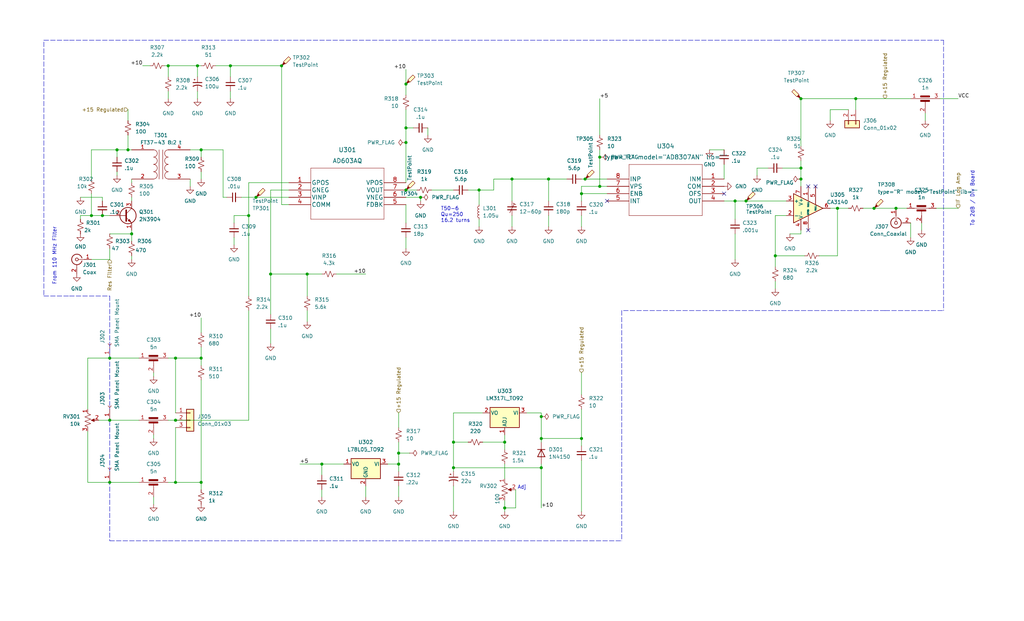
<source format=kicad_sch>
(kicad_sch (version 20211123) (generator eeschema)
  (paper "USLegal")
  (title_block (title "Spectrum Analyzer: IF and Log Amplifier") (date "2022-08-18") (rev "1") (company "Andy McCann KA3KAF and Doug McCann KA3KAG") (comment 2 "Terry White K7TAU") (comment 3 "Wes Hayward W7ZOI") (comment 4 "Original Design By:"))
  (junction (at 58.42 22.86))
  (junction (at 31.75 74.93))
  (junction (at 297.18 34.29))
  (junction (at 38.1 167.64))
  (junction (at 60.96 124.46))
  (junction (at 40.64 52.07))
  (junction (at 140.97 44.45))
  (junction (at 177.8 62.23))
  (junction (at 201.93 67.31))
  (junction (at 259.08 69.85))
  (junction (at 269.24 88.9))
  (junction (at 208.28 54.61))
  (junction (at 157.48 153.67))
  (junction (at 166.37 66.04))
  (junction (at 86.36 74.93))
  (junction (at 140.97 49.53))
  (junction (at 278.13 62.23))
  (junction (at 38.1 146.05))
  (junction (at 203.2 62.23))
  (junction (at 255.27 69.85))
  (junction (at 38.1 124.46))
  (junction (at 93.98 95.25))
  (junction (at 208.28 64.77))
  (junction (at 68.58 22.86))
  (junction (at 97.79 22.86))
  (junction (at 138.43 157.48))
  (junction (at 157.48 162.56))
  (junction (at 146.05 68.58))
  (junction (at 35.56 74.93))
  (junction (at 175.26 153.67))
  (junction (at 45.72 81.28))
  (junction (at 69.85 124.46))
  (junction (at 80.01 22.86))
  (junction (at 187.96 144.78))
  (junction (at 69.85 52.07))
  (junction (at 60.96 167.64))
  (junction (at 106.68 95.25))
  (junction (at 290.83 72.39))
  (junction (at 69.85 167.64))
  (junction (at 187.96 152.4))
  (junction (at 190.5 62.23))
  (junction (at 201.93 152.4))
  (junction (at 88.9 68.58))
  (junction (at 140.97 66.04))
  (junction (at 303.53 72.39))
  (junction (at 278.13 58.42))
  (junction (at 44.45 52.07))
  (junction (at 140.97 29.21))
  (junction (at 138.43 161.29))
  (junction (at 111.76 161.29))
  (junction (at 311.15 72.39))
  (junction (at 175.26 176.53))
  (junction (at 278.13 34.29))
  (junction (at 60.96 146.05))
  (junction (at 187.96 162.56))
  (no_connect (at 251.46 67.31))
  (no_connect (at 280.67 80.01))
  (no_connect (at 280.67 64.77))
  (no_connect (at 283.21 64.77))
  (no_connect (at 210.82 69.85))
  (wire (pts (xy 166.37 71.12) (xy 166.37 66.04)))
  (wire (pts (xy 69.85 124.46) (xy 69.85 120.65)))
  (wire (pts (xy 210.82 64.77) (xy 208.28 64.77)))
  (wire (pts (xy 83.82 68.58) (xy 88.9 68.58)))
  (wire (pts (xy 162.56 66.04) (xy 166.37 66.04)))
  (wire (pts (xy 27.94 74.93) (xy 31.75 74.93)))
  (wire (pts (xy 58.42 22.86) (xy 68.58 22.86)))
  (wire (pts (xy 177.8 69.85) (xy 177.8 62.23)))
  (wire (pts (xy 187.96 162.56) (xy 187.96 161.29)))
  (wire (pts (xy 179.07 170.18) (xy 179.07 176.53)))
  (wire (pts (xy 187.96 162.56) (xy 187.96 176.53)))
  (wire (pts (xy 93.98 66.04) (xy 100.33 66.04)))
  (wire (pts (xy 44.45 52.07) (xy 45.72 52.07)))
  (wire (pts (xy 104.14 161.29) (xy 111.76 161.29)))
  (polyline (pts (xy 38.1 102.87) (xy 38.1 187.96)))
  (wire (pts (xy 140.97 49.53) (xy 140.97 63.5)))
  (wire (pts (xy 269.24 88.9) (xy 269.24 92.71)))
  (wire (pts (xy 77.47 68.58) (xy 77.47 52.07)))
  (wire (pts (xy 100.33 71.12) (xy 97.79 71.12)))
  (wire (pts (xy 175.26 153.67) (xy 175.26 151.13)))
  (wire (pts (xy 116.84 95.25) (xy 127 95.25)))
  (polyline (pts (xy 327.66 13.97) (xy 327.66 107.95)))
  (wire (pts (xy 140.97 44.45) (xy 140.97 49.53)))
  (polyline (pts (xy 15.24 93.98) (xy 15.24 13.97)))
  (wire (pts (xy 78.74 68.58) (xy 77.47 68.58)))
  (wire (pts (xy 53.34 130.81) (xy 53.34 129.54)))
  (wire (pts (xy 171.45 62.23) (xy 177.8 62.23)))
  (wire (pts (xy 201.93 67.31) (xy 201.93 69.85)))
  (wire (pts (xy 187.96 152.4) (xy 187.96 153.67)))
  (wire (pts (xy 251.46 52.07) (xy 246.38 52.07)))
  (wire (pts (xy 31.75 90.17) (xy 38.1 90.17)))
  (wire (pts (xy 111.76 172.72) (xy 111.76 170.18)))
  (wire (pts (xy 38.1 74.93) (xy 35.56 74.93)))
  (wire (pts (xy 201.93 177.8) (xy 201.93 160.02)))
  (wire (pts (xy 148.59 44.45) (xy 148.59 46.99)))
  (wire (pts (xy 138.43 161.29) (xy 138.43 157.48)))
  (wire (pts (xy 30.48 149.86) (xy 30.48 167.64)))
  (wire (pts (xy 80.01 31.75) (xy 80.01 34.29)))
  (wire (pts (xy 167.64 153.67) (xy 175.26 153.67)))
  (wire (pts (xy 69.85 52.07) (xy 66.04 52.07)))
  (wire (pts (xy 68.58 34.29) (xy 68.58 31.75)))
  (wire (pts (xy 138.43 168.91) (xy 138.43 172.72)))
  (wire (pts (xy 86.36 74.93) (xy 86.36 63.5)))
  (wire (pts (xy 86.36 63.5) (xy 100.33 63.5)))
  (wire (pts (xy 294.64 38.1) (xy 288.29 38.1)))
  (wire (pts (xy 167.64 143.51) (xy 157.48 143.51)))
  (polyline (pts (xy 215.9 107.95) (xy 215.9 187.96)))
  (wire (pts (xy 93.98 95.25) (xy 93.98 109.22)))
  (wire (pts (xy 30.48 124.46) (xy 30.48 142.24)))
  (wire (pts (xy 303.53 72.39) (xy 311.15 72.39)))
  (wire (pts (xy 69.85 124.46) (xy 69.85 127)))
  (wire (pts (xy 201.93 62.23) (xy 203.2 62.23)))
  (wire (pts (xy 138.43 163.83) (xy 138.43 161.29)))
  (wire (pts (xy 208.28 52.07) (xy 208.28 54.61)))
  (polyline (pts (xy 58.42 187.96) (xy 215.9 187.96)))
  (wire (pts (xy 77.47 52.07) (xy 69.85 52.07)))
  (wire (pts (xy 142.24 157.48) (xy 138.43 157.48)))
  (wire (pts (xy 38.1 146.05) (xy 48.26 146.05)))
  (wire (pts (xy 68.58 26.67) (xy 68.58 22.86)))
  (wire (pts (xy 262.89 58.42) (xy 266.7 58.42)))
  (wire (pts (xy 45.72 81.28) (xy 38.1 81.28)))
  (wire (pts (xy 97.79 22.86) (xy 97.79 71.12)))
  (wire (pts (xy 201.93 152.4) (xy 187.96 152.4)))
  (wire (pts (xy 175.26 161.29) (xy 175.26 166.37)))
  (wire (pts (xy 111.76 95.25) (xy 106.68 95.25)))
  (polyline (pts (xy 15.24 13.97) (xy 24.13 13.97)))
  (wire (pts (xy 177.8 74.93) (xy 177.8 78.74)))
  (wire (pts (xy 187.96 144.78) (xy 187.96 152.4)))
  (wire (pts (xy 320.04 77.47) (xy 320.04 80.01)))
  (wire (pts (xy 81.28 77.47) (xy 81.28 74.93)))
  (wire (pts (xy 40.64 54.61) (xy 40.64 52.07)))
  (wire (pts (xy 190.5 69.85) (xy 190.5 62.23)))
  (wire (pts (xy 316.23 77.47) (xy 316.23 82.55)))
  (wire (pts (xy 69.85 52.07) (xy 69.85 54.61)))
  (wire (pts (xy 332.74 34.29) (xy 326.39 34.29)))
  (wire (pts (xy 86.36 107.95) (xy 86.36 146.05)))
  (wire (pts (xy 30.48 167.64) (xy 38.1 167.64)))
  (wire (pts (xy 278.13 64.77) (xy 278.13 62.23)))
  (wire (pts (xy 138.43 148.59) (xy 138.43 143.51)))
  (polyline (pts (xy 307.34 107.95) (xy 215.9 107.95)))
  (wire (pts (xy 140.97 82.55) (xy 140.97 86.36)))
  (wire (pts (xy 162.56 153.67) (xy 157.48 153.67)))
  (wire (pts (xy 93.98 66.04) (xy 93.98 95.25)))
  (wire (pts (xy 140.97 71.12) (xy 140.97 77.47)))
  (wire (pts (xy 45.72 88.9) (xy 45.72 90.17)))
  (wire (pts (xy 278.13 58.42) (xy 278.13 55.88)))
  (wire (pts (xy 31.75 52.07) (xy 31.75 62.23)))
  (wire (pts (xy 134.62 161.29) (xy 138.43 161.29)))
  (wire (pts (xy 166.37 66.04) (xy 171.45 66.04)))
  (wire (pts (xy 175.26 177.8) (xy 175.26 176.53)))
  (wire (pts (xy 288.29 38.1) (xy 288.29 41.91)))
  (wire (pts (xy 269.24 100.33) (xy 269.24 97.79)))
  (wire (pts (xy 284.48 88.9) (xy 290.83 88.9)))
  (wire (pts (xy 271.78 58.42) (xy 278.13 58.42)))
  (wire (pts (xy 171.45 66.04) (xy 171.45 62.23)))
  (wire (pts (xy 58.42 26.67) (xy 58.42 22.86)))
  (wire (pts (xy 269.24 74.93) (xy 269.24 88.9)))
  (wire (pts (xy 58.42 22.86) (xy 57.15 22.86)))
  (wire (pts (xy 58.42 167.64) (xy 60.96 167.64)))
  (wire (pts (xy 201.93 64.77) (xy 201.93 67.31)))
  (wire (pts (xy 31.75 67.31) (xy 31.75 74.93)))
  (wire (pts (xy 297.18 38.1) (xy 297.18 34.29)))
  (wire (pts (xy 60.96 146.05) (xy 86.36 146.05)))
  (polyline (pts (xy 306.07 13.97) (xy 327.66 13.97)))
  (wire (pts (xy 157.48 153.67) (xy 157.48 162.56)))
  (wire (pts (xy 138.43 157.48) (xy 138.43 153.67)))
  (wire (pts (xy 93.98 119.38) (xy 93.98 114.3)))
  (wire (pts (xy 278.13 62.23) (xy 278.13 58.42)))
  (wire (pts (xy 143.51 44.45) (xy 140.97 44.45)))
  (wire (pts (xy 31.75 52.07) (xy 40.64 52.07)))
  (wire (pts (xy 44.45 41.91) (xy 44.45 38.1)))
  (wire (pts (xy 278.13 34.29) (xy 278.13 50.8)))
  (wire (pts (xy 127 168.91) (xy 127 172.72)))
  (wire (pts (xy 60.96 148.59) (xy 60.96 167.64)))
  (wire (pts (xy 111.76 161.29) (xy 119.38 161.29)))
  (wire (pts (xy 279.4 88.9) (xy 269.24 88.9)))
  (polyline (pts (xy 269.24 13.97) (xy 307.34 13.97)))
  (wire (pts (xy 45.72 62.23) (xy 45.72 63.5)))
  (wire (pts (xy 66.04 62.23) (xy 66.04 64.77)))
  (wire (pts (xy 201.93 78.74) (xy 201.93 74.93)))
  (wire (pts (xy 60.96 167.64) (xy 69.85 167.64)))
  (wire (pts (xy 157.48 162.56) (xy 187.96 162.56)))
  (wire (pts (xy 255.27 81.28) (xy 255.27 90.17)))
  (wire (pts (xy 27.94 74.93) (xy 27.94 76.2)))
  (wire (pts (xy 45.72 80.01) (xy 45.72 81.28)))
  (wire (pts (xy 53.34 175.26) (xy 53.34 172.72)))
  (wire (pts (xy 38.1 86.36) (xy 38.1 90.17)))
  (wire (pts (xy 190.5 74.93) (xy 190.5 78.74)))
  (wire (pts (xy 179.07 176.53) (xy 175.26 176.53)))
  (wire (pts (xy 140.97 29.21) (xy 140.97 24.13)))
  (wire (pts (xy 88.9 68.58) (xy 100.33 68.58)))
  (wire (pts (xy 140.97 66.04) (xy 144.78 66.04)))
  (wire (pts (xy 111.76 165.1) (xy 111.76 161.29)))
  (wire (pts (xy 52.07 22.86) (xy 49.53 22.86)))
  (wire (pts (xy 106.68 95.25) (xy 93.98 95.25)))
  (wire (pts (xy 175.26 176.53) (xy 175.26 173.99)))
  (wire (pts (xy 69.85 22.86) (xy 68.58 22.86)))
  (wire (pts (xy 297.18 34.29) (xy 316.23 34.29)))
  (wire (pts (xy 30.48 124.46) (xy 38.1 124.46)))
  (wire (pts (xy 60.96 143.51) (xy 60.96 124.46)))
  (wire (pts (xy 157.48 162.56) (xy 157.48 163.83)))
  (wire (pts (xy 31.75 74.93) (xy 35.56 74.93)))
  (wire (pts (xy 45.72 69.85) (xy 45.72 68.58)))
  (wire (pts (xy 69.85 115.57) (xy 69.85 110.49)))
  (wire (pts (xy 140.97 33.02) (xy 140.97 29.21)))
  (wire (pts (xy 69.85 132.08) (xy 69.85 167.64)))
  (wire (pts (xy 251.46 62.23) (xy 251.46 57.15)))
  (wire (pts (xy 201.93 129.54) (xy 201.93 137.16)))
  (wire (pts (xy 58.42 146.05) (xy 60.96 146.05)))
  (polyline (pts (xy 24.13 102.87) (xy 38.1 102.87)))
  (wire (pts (xy 294.64 72.39) (xy 290.83 72.39)))
  (wire (pts (xy 157.48 177.8) (xy 157.48 168.91)))
  (wire (pts (xy 255.27 69.85) (xy 259.08 69.85)))
  (wire (pts (xy 38.1 124.46) (xy 48.26 124.46)))
  (wire (pts (xy 208.28 54.61) (xy 208.28 64.77)))
  (wire (pts (xy 201.93 154.94) (xy 201.93 152.4)))
  (wire (pts (xy 203.2 62.23) (xy 210.82 62.23)))
  (wire (pts (xy 278.13 80.01) (xy 278.13 81.28)))
  (wire (pts (xy 69.85 62.23) (xy 69.85 59.69)))
  (wire (pts (xy 97.79 22.86) (xy 80.01 22.86)))
  (wire (pts (xy 299.72 72.39) (xy 303.53 72.39)))
  (wire (pts (xy 157.48 143.51) (xy 157.48 153.67)))
  (wire (pts (xy 290.83 72.39) (xy 290.83 88.9)))
  (polyline (pts (xy 24.13 13.97) (xy 269.24 13.97)))
  (wire (pts (xy 208.28 34.29) (xy 208.28 46.99)))
  (polyline (pts (xy 15.24 93.98) (xy 15.24 102.87)))
  (wire (pts (xy 255.27 76.2) (xy 255.27 69.85)))
  (polyline (pts (xy 15.24 102.87) (xy 24.13 102.87)))
  (wire (pts (xy 34.29 146.05) (xy 38.1 146.05)))
  (polyline (pts (xy 307.34 107.95) (xy 327.66 107.95)))
  (wire (pts (xy 53.34 152.4) (xy 53.34 151.13)))
  (wire (pts (xy 38.1 167.64) (xy 48.26 167.64)))
  (wire (pts (xy 311.15 72.39) (xy 314.96 72.39)))
  (wire (pts (xy 149.86 66.04) (xy 157.48 66.04)))
  (wire (pts (xy 175.26 156.21) (xy 175.26 153.67)))
  (wire (pts (xy 69.85 167.64) (xy 69.85 170.18)))
  (wire (pts (xy 210.82 67.31) (xy 201.93 67.31)))
  (wire (pts (xy 80.01 22.86) (xy 80.01 26.67)))
  (wire (pts (xy 262.89 58.42) (xy 262.89 60.96)))
  (wire (pts (xy 44.45 46.99) (xy 44.45 52.07)))
  (polyline (pts (xy 38.1 187.96) (xy 58.42 187.96)))
  (wire (pts (xy 40.64 52.07) (xy 44.45 52.07)))
  (wire (pts (xy 35.56 68.58) (xy 35.56 69.85)))
  (wire (pts (xy 80.01 22.86) (xy 74.93 22.86)))
  (wire (pts (xy 321.31 41.91) (xy 321.31 39.37)))
  (wire (pts (xy 278.13 81.28) (xy 274.32 81.28)))
  (wire (pts (xy 325.12 72.39) (xy 332.74 72.39)))
  (wire (pts (xy 278.13 34.29) (xy 297.18 34.29)))
  (wire (pts (xy 27.94 68.58) (xy 35.56 68.58)))
  (wire (pts (xy 182.88 143.51) (xy 187.96 143.51)))
  (wire (pts (xy 177.8 62.23) (xy 190.5 62.23)))
  (wire (pts (xy 166.37 78.74) (xy 166.37 76.2)))
  (wire (pts (xy 208.28 64.77) (xy 201.93 64.77)))
  (wire (pts (xy 273.05 74.93) (xy 269.24 74.93)))
  (wire (pts (xy 140.97 68.58) (xy 146.05 68.58)))
  (wire (pts (xy 86.36 74.93) (xy 86.36 102.87)))
  (wire (pts (xy 140.97 44.45) (xy 140.97 38.1)))
  (wire (pts (xy 290.83 72.39) (xy 288.29 72.39)))
  (wire (pts (xy 187.96 143.51) (xy 187.96 144.78)))
  (wire (pts (xy 81.28 74.93) (xy 86.36 74.93)))
  (wire (pts (xy 106.68 102.87) (xy 106.68 95.25)))
  (wire (pts (xy 259.08 69.85) (xy 273.05 69.85)))
  (wire (pts (xy 81.28 82.55) (xy 81.28 85.09)))
  (wire (pts (xy 146.05 68.58) (xy 146.05 69.85)))
  (wire (pts (xy 251.46 69.85) (xy 255.27 69.85)))
  (wire (pts (xy 45.72 81.28) (xy 45.72 83.82)))
  (wire (pts (xy 190.5 62.23) (xy 196.85 62.23)))
  (wire (pts (xy 40.64 59.69) (xy 40.64 60.96)))
  (wire (pts (xy 60.96 124.46) (xy 69.85 124.46)))
  (wire (pts (xy 58.42 34.29) (xy 58.42 31.75)))
  (wire (pts (xy 201.93 142.24) (xy 201.93 152.4)))
  (wire (pts (xy 58.42 124.46) (xy 60.96 124.46)))
  (wire (pts (xy 106.68 107.95) (xy 106.68 111.76)))
  (text "T50-6\nQu=250\n16.2 turns" (at 153.035 77.47 0) (effects (font (size 1.27 1.27)) (justify left bottom)))
  (text "From 110 MHz Filter" (at 19.685 99.06 90) (effects (font (size 1.27 1.27)) (justify left bottom)))
  (text "Adj" (at 179.705 170.18 0) (effects (font (size 1.27 1.27)) (justify left bottom)))
  (text "To 2dB / Div Board" (at 338.455 78.74 90) (effects (font (size 1.27 1.27)) (justify left bottom)))
  (label "VCC" (at 332.74 34.29 0))
  (label "+10" (at 140.97 24.13 180))
  (label "+10" (at 69.85 110.49 180))
  (label "+5" (at 208.28 34.29 0))
  (label "+10" (at 187.96 176.53 0))
  (label "+10" (at 127 95.25 180))
  (label "+10" (at 49.53 22.86 180))
  (label "+5" (at 104.14 161.29 0))
  (hierarchical_label "+15 Regulated" (shape input) (at 44.45 38.1 180))
  (hierarchical_label "+15 Regulated" (shape input) (at 307.34 34.29 90))
  (hierarchical_label "Res Filter" (shape input) (at 38.1 90.17 270))
  (hierarchical_label "+15 Regulated" (shape input) (at 201.93 129.54 90))
  (hierarchical_label "+15 Regulated" (shape input) (at 138.43 143.51 90))
  (hierarchical_label "IF Log Amp" (shape input) (at 332.74 72.39 90))
  (symbol (lib_id "Device:C_Small") (at 80.01 29.21 0) (unit 1)
    (property "Reference" "C307" (at 82.55 27.9462 0) (effects (justify left)))
    (property "Value" ".1u" (at 82.55 30.4862 0) (effects (justify left)))
    (property "Footprint" "Capacitor_THT:C_Disc_D5.0mm_W2.5mm_P5.00mm" (effects hide))
    (property "Datasheet" "https://connect.kemet.com:7667/gateway/IntelliData-ComponentDocumentation/1.0/download/datasheet/C315C104M5U5TA" (effects hide))
  )
  (symbol (lib_id "power:GND") (at 106.68 111.76 0) (unit 1)
    (property "Reference" "#PWR0317" (effects hide))
    (property "Value" "GND" (at 106.68 116.84 0))
  )
  (symbol (lib_id "power:GND") (at 53.34 130.81 0) (unit 1)
    (property "Reference" "#PWR0306" (effects hide))
    (property "Value" "GND" (at 53.34 135.89 0))
  )
  (symbol (lib_id "Device:C_Small") (at 81.28 68.58 90) (unit 1)
    (property "Reference" "C308" (at 81.2863 62.23 90))
    (property "Value" ".01u" (at 81.2863 64.77 90))
    (property "Footprint" "Capacitor_THT:C_Disc_D5.0mm_W2.5mm_P5.00mm" (effects hide))
    (property "Datasheet" "https://content.kemet.com/datasheets/KEM_C1049_GOLDMAX_C0G.pdf" (effects hide))
  )
  (symbol (lib_id "Device:C_Small") (at 140.97 80.01 0) (unit 1)
    (property "Reference" "C313" (at 143.51 78.7462 0) (effects (justify left)))
    (property "Value" "18p" (at 143.51 81.2862 0) (effects (justify left)))
    (property "Footprint" "Capacitor_THT:C_Disc_D5.0mm_W2.5mm_P5.00mm" (effects hide))
    (property "Datasheet" "https://product.tdk.com/en/system/files?file=dam/doc/product/capacitor/ceramic/lead-mlcc/catalog/leadmlcc_halogenfree_fg_en.pdf" (effects hide))
  )
  (symbol (lib_id "Device:R_Small_US") (at 138.43 151.13 0) (unit 1)
    (property "Reference" "R317" (at 140.97 149.8599 0) (effects (justify left)))
    (property "Value" "10" (at 140.97 152.3999 0) (effects (justify left)))
    (property "Footprint" "Resistor_THT:R_Axial_DIN0207_L6.3mm_D2.5mm_P7.62mm_Horizontal" (effects hide))
    (property "Datasheet" "https://www.yageo.com/upload/media/product/productsearch/datasheet/lr/YAGEO%20CFR_datasheet_2021v0.pdf" (effects hide))
  )
  (symbol (lib_id "Device:C_Trim_Small") (at 177.8 72.39 0) (unit 1)
    (property "Reference" "C317" (at 180.34 70.9929 0) (effects (justify left)))
    (property "Value" "12-60p" (at 180.34 73.5329 0) (effects (justify left)))
    (property "Footprint" "if-log-amp:GKG60015" (effects hide))
    (property "Datasheet" "https://media.digikey.com/pdf/Data%20Sheets/EW%20Electronics-Edmar/GKGxx015_016_Series_DS.pdf" (effects hide))
  )
  (symbol (lib_id "power:PWR_FLAG") (at 142.24 157.48 270) (unit 1)
    (property "Reference" "#FLG0302" (effects hide))
    (property "Value" "PWR_FLAG" (at 146.05 157.4799 90) (effects (justify left)))
  )
  (symbol (lib_id "power:GND") (at 255.27 90.17 0) (unit 1)
    (property "Reference" "#PWR0333" (effects hide))
    (property "Value" "GND" (at 255.27 95.25 0))
  )
  (symbol (lib_id "Device:R_Small_US") (at 281.94 88.9 270) (unit 1)
    (property "Reference" "R326" (at 281.94 91.44 90))
    (property "Value" "2.2k" (at 281.94 93.98 90))
    (property "Footprint" "Resistor_THT:R_Axial_DIN0207_L6.3mm_D2.5mm_P7.62mm_Horizontal" (effects hide))
    (property "Datasheet" "https://www.yageo.com/upload/media/product/productsearch/datasheet/lr/YAGEO%20CFR_datasheet_2021v0.pdf" (effects hide))
  )
  (symbol (lib_id "power:GND") (at 262.89 60.96 0) (unit 1)
    (property "Reference" "#PWR0334" (effects hide))
    (property "Value" "GND" (at 262.89 66.04 0))
  )
  (symbol (lib_id "power:PWR_FLAG") (at 146.05 68.58 270) (unit 1)
    (property "Reference" "#FLG0303" (effects hide))
    (property "Value" "PWR_FLAG" (at 149.86 68.5799 90) (effects (justify left)))
  )
  (symbol (lib_id "power:GND") (at 93.98 119.38 0) (unit 1)
    (property "Reference" "#PWR0316" (effects hide))
    (property "Value" "GND" (at 93.98 124.46 0))
  )
  (symbol (lib_id "Device:R_Small_US") (at 269.24 95.25 0) (unit 1)
    (property "Reference" "R324" (at 271.78 93.9799 0) (effects (justify left)))
    (property "Value" "680" (at 271.78 96.5199 0) (effects (justify left)))
    (property "Footprint" "Resistor_THT:R_Axial_DIN0207_L6.3mm_D2.5mm_P7.62mm_Horizontal" (effects hide))
    (property "Datasheet" "https://www.yageo.com/upload/media/product/productsearch/datasheet/lr/YAGEO%20CFR_datasheet_2021v0.pdf" (effects hide))
  )
  (symbol (lib_id "Device:R_Small_US") (at 86.36 105.41 0) (unit 1)
    (property "Reference" "R314" (at 88.9 104.1399 0) (effects (justify left)))
    (property "Value" "2.2k" (at 88.9 106.6799 0) (effects (justify left)))
    (property "Footprint" "Resistor_THT:R_Axial_DIN0207_L6.3mm_D2.5mm_P7.62mm_Horizontal" (effects hide))
    (property "Datasheet" "https://www.yageo.com/upload/media/product/productsearch/datasheet/lr/YAGEO%20CFR_datasheet_2021v0.pdf" (effects hide))
  )
  (symbol (lib_id "power:GND") (at 80.01 34.29 0) (unit 1)
    (property "Reference" "#PWR0314" (effects hide))
    (property "Value" "GND" (at 80.01 39.37 0))
  )
  (symbol (lib_id "Device:C_Feedthrough") (at 53.34 127 0) (unit 1) (on_board no)
    (property "Reference" "C303" (at 53.34 118.11 0))
    (property "Value" "5n" (at 53.34 120.65 0))
    (property "Footprint" "if-log-amp:DSS1NB32A102Q91A" (effects hide))
    (property "Datasheet" "https://www.mouser.com/datasheet/2/281/ENFF0031-1774179.pdf" (effects hide))
  )
  (symbol (lib_id "Device:R_Small_US") (at 54.61 22.86 90) (unit 1)
    (property "Reference" "R307" (at 54.61 16.51 90))
    (property "Value" "2.2k" (at 54.61 19.05 90))
    (property "Footprint" "Resistor_THT:R_Axial_DIN0207_L6.3mm_D2.5mm_P7.62mm_Horizontal" (effects hide))
    (property "Datasheet" "https://www.yageo.com/upload/media/product/productsearch/datasheet/lr/YAGEO%20CFR_datasheet_2021v0.pdf" (effects hide))
  )
  (symbol (lib_id "Device:R_Potentiometer_US") (at 30.48 146.05 0) (unit 1) (on_board no)
    (property "Reference" "RV301" (at 27.94 144.7799 0) (effects (justify right)))
    (property "Value" "10k" (at 27.94 147.3199 0) (effects (justify right)))
    (property "Datasheet" "https://www.nteinc.com/pot_web/pdf/502-03xx_series.pdf" (effects hide))
    (property "Spice_Primitive" "X" (effects hide))
    (property "Spice_Model" "pot_alps_a" (effects hide))
    (property "Spice_Netlist_Enabled" "Y" (effects hide))
    (property "Spice_Lib_File" "if-log-amp-spice\\Pot.lib" (effects hide))
  )
  (symbol (lib_id "Connector:TestPoint_Probe") (at 140.97 29.21 0) (unit 1)
    (property "Reference" "TP303" (at 144.78 26.3524 0) (effects (justify left)))
    (property "Value" "TestPoint" (at 144.78 28.8924 0) (effects (justify left)))
    (property "Footprint" "TestPoint:TestPoint_Pad_1.0x1.0mm" (effects hide))
    (property "Spice_Netlist_Enabled" "N" (effects hide))
  )
  (symbol (lib_id "Transistor_BJT:2N3904") (at 43.18 74.93 0) (unit 1)
    (property "Reference" "Q301" (at 48.26 73.6599 0) (effects (justify left)))
    (property "Value" "2N3904" (at 48.26 76.1999 0) (effects (justify left)))
    (property "Footprint" "Package_TO_SOT_THT:TO-92_Inline" (effects hide))
    (property "Datasheet" "https://www.onsemi.com/pub/Collateral/2N3903-D.PDF" (effects hide))
  )
  (symbol (lib_id "power:GND") (at 68.58 34.29 0) (unit 1)
    (property "Reference" "#PWR0311" (effects hide))
    (property "Value" "GND" (at 68.58 39.37 0))
  )
  (symbol (lib_id "Device:C_Small") (at 269.24 58.42 90) (unit 1)
    (property "Reference" "C324" (at 269.2463 52.07 90))
    (property "Value" ".1u" (at 269.2463 54.61 90))
    (property "Footprint" "Capacitor_THT:C_Disc_D5.0mm_W2.5mm_P5.00mm" (effects hide))
    (property "Datasheet" "https://connect.kemet.com:7667/gateway/IntelliData-ComponentDocumentation/1.0/download/datasheet/C315C104M5U5TA" (effects hide))
  )
  (symbol (lib_id "power:GND") (at 146.05 69.85 0) (unit 1)
    (property "Reference" "#PWR0322" (effects hide))
    (property "Value" "GND" (at 146.05 74.93 0))
  )
  (symbol (lib_id "power:GND") (at 246.38 52.07 0) (unit 1)
    (property "Reference" "#PWR0331" (effects hide))
    (property "Value" "GND" (at 246.38 57.15 0))
  )
  (symbol (lib_id "Device:R_Small_US") (at 31.75 64.77 0) (unit 1)
    (property "Reference" "R302" (at 27.305 62.23 0) (effects (justify left)))
    (property "Value" "10k" (at 26.67 64.77 0) (effects (justify left)))
    (property "Footprint" "Resistor_THT:R_Axial_DIN0207_L6.3mm_D2.5mm_P7.62mm_Horizontal" (effects hide))
    (property "Datasheet" "https://www.yageo.com/upload/media/product/productsearch/datasheet/lr/YAGEO%20CFR_datasheet_2021v0.pdf" (effects hide))
  )
  (symbol (lib_id "Device:C_Small") (at 201.93 157.48 0) (unit 1)
    (property "Reference" "C321" (at 204.47 156.2162 0) (effects (justify left)))
    (property "Value" ".1u" (at 204.47 158.7562 0) (effects (justify left)))
    (property "Footprint" "Capacitor_THT:C_Disc_D5.0mm_W2.5mm_P5.00mm" (effects hide))
    (property "Datasheet" "https://connect.kemet.com:7667/gateway/IntelliData-ComponentDocumentation/1.0/download/datasheet/C315C104M5U5TA" (effects hide))
  )
  (symbol (lib_id "power:GND") (at 45.72 90.17 0) (unit 1)
    (property "Reference" "#PWR0305" (effects hide))
    (property "Value" "GND" (at 45.72 95.25 0))
  )
  (symbol (lib_id "power:GND") (at 81.28 85.09 0) (unit 1)
    (property "Reference" "#PWR0315" (effects hide))
    (property "Value" "GND" (at 81.28 90.17 0))
  )
  (symbol (lib_id "power:GND") (at 69.85 175.26 0) (unit 1)
    (property "Reference" "#PWR0313" (effects hide))
    (property "Value" "GND" (at 69.85 180.34 0))
  )
  (symbol (lib_id "power:GND") (at 69.85 62.23 0) (unit 1)
    (property "Reference" "#PWR0312" (effects hide))
    (property "Value" "GND" (at 69.85 67.31 0))
  )
  (symbol (lib_id "Device:C_Feedthrough") (at 53.34 148.59 0) (unit 1) (on_board no)
    (property "Reference" "C304" (at 53.34 139.7 0))
    (property "Value" "5n" (at 53.34 142.24 0))
    (property "Footprint" "if-log-amp:DSS1NB32A102Q91A" (effects hide))
    (property "Datasheet" "https://www.mouser.com/datasheet/2/281/ENFF0031-1774179.pdf" (effects hide))
  )
  (symbol (lib_id "Connector:Conn_01x01_Female") (at 38.1 162.56 270) (mirror x) (unit 1) (on_board no)
    (property "Reference" "J304" (at 35.56 162.56 0) (effects (justify left)))
    (property "Value" "SMA Panel Mount" (at 40.64 163.83 0) (effects (justify left)))
    (property "Spice_Primitive" "J" (effects hide))
    (property "Spice_Model" "SMA Panel Mount" (effects hide))
    (property "Spice_Netlist_Enabled" "N" (effects hide))
  )
  (symbol (lib_id "Device:C_Small") (at 255.27 78.74 0) (unit 1)
    (property "Reference" "C323" (at 257.81 77.4762 0) (effects (justify left)))
    (property "Value" ".001u" (at 257.81 80.0162 0) (effects (justify left)))
    (property "Footprint" "Capacitor_THT:CP_Radial_D5.0mm_P2.50mm" (effects hide))
    (property "Datasheet" "https://content.kemet.com/datasheets/KEM_C1049_GOLDMAX_C0G.pdf" (effects hide))
  )
  (symbol (lib_id "power:GND") (at 148.59 46.99 0) (mirror y) (unit 1)
    (property "Reference" "#PWR0323" (effects hide))
    (property "Value" "GND" (at 148.59 52.07 0))
  )
  (symbol (lib_id "Device:R_Small_US") (at 69.85 118.11 0) (unit 1)
    (property "Reference" "R310" (at 72.39 116.8399 0) (effects (justify left)))
    (property "Value" "680" (at 72.39 119.3799 0) (effects (justify left)))
    (property "Footprint" "Resistor_THT:R_Axial_DIN0207_L6.3mm_D2.5mm_P7.62mm_Horizontal" (effects hide))
    (property "Datasheet" "https://www.yageo.com/upload/media/product/productsearch/datasheet/lr/YAGEO%20CFR_datasheet_2021v0.pdf" (effects hide))
  )
  (symbol (lib_id "Connector:TestPoint_Probe") (at 88.9 68.58 0) (unit 1)
    (property "Reference" "TP301" (at 87.63 72.39 0) (effects (justify left)))
    (property "Value" "TestPoint" (at 87.63 69.85 0) (effects (justify left)))
    (property "Footprint" "TestPoint:TestPoint_Pad_1.0x1.0mm" (effects hide))
    (property "Spice_Netlist_Enabled" "N" (effects hide))
  )
  (symbol (lib_id "Device:R_Potentiometer_US") (at 175.26 170.18 0) (unit 1)
    (property "Reference" "RV302" (at 172.72 168.9099 0) (effects (justify right)))
    (property "Value" "100" (at 172.72 171.4499 90) (effects (justify right)))
    (property "Footprint" "if-log-amp:Potentiometer_Bourns_3386G_Vertical" (effects hide))
    (property "Datasheet" "https://www.bourns.com/docs/Product-Datasheets/3386.pdf" (effects hide))
    (property "Spice_Primitive" "X" (effects hide))
    (property "Spice_Model" "pot_lin2" (effects hide))
    (property "Spice_Netlist_Enabled" "Y" (effects hide))
    (property "Spice_Lib_File" "if-log-amp-spice\\Pot2.lib" (effects hide))
  )
  (symbol (lib_id "Device:C_Small") (at 199.39 62.23 90) (unit 1)
    (property "Reference" "C319" (at 199.3963 55.88 90))
    (property "Value" "5.6p" (at 199.3963 58.42 90))
    (property "Footprint" "Capacitor_THT:C_Disc_D5.0mm_W2.5mm_P5.00mm" (effects hide))
    (property "Datasheet" "https://connect.kemet.com:7667/gateway/IntelliData-ComponentDocumentation/1.0/download/datasheet/C317C569D5G5TA" (effects hide))
  )
  (symbol (lib_id "power:GND") (at 166.37 78.74 0) (unit 1)
    (property "Reference" "#PWR0325" (effects hide))
    (property "Value" "GND" (at 166.37 83.82 0))
  )
  (symbol (lib_id "power:GND") (at 190.5 78.74 0) (unit 1)
    (property "Reference" "#PWR0328" (effects hide))
    (property "Value" "GND" (at 190.5 83.82 0))
  )
  (symbol (lib_id "Device:C_Small") (at 40.64 57.15 0) (unit 1)
    (property "Reference" "C302" (at 43.18 55.8862 0) (effects (justify left)))
    (property "Value" ".1u" (at 43.18 58.4262 0) (effects (justify left)))
    (property "Footprint" "Capacitor_THT:C_Disc_D5.0mm_W2.5mm_P5.00mm" (effects hide))
    (property "Datasheet" "https://connect.kemet.com:7667/gateway/IntelliData-ComponentDocumentation/1.0/download/datasheet/C315C104M5U5TA" (effects hide))
  )
  (symbol (lib_id "Device:R_Small_US") (at 140.97 35.56 0) (mirror y) (unit 1)
    (property "Reference" "R318" (at 138.43 34.2899 0) (effects (justify left)))
    (property "Value" "10" (at 138.43 36.8299 0) (effects (justify left)))
    (property "Footprint" "Resistor_THT:R_Axial_DIN0207_L6.3mm_D2.5mm_P7.62mm_Horizontal" (effects hide))
    (property "Datasheet" "https://www.yageo.com/upload/media/product/productsearch/datasheet/lr/YAGEO%20CFR_datasheet_2021v0.pdf" (effects hide))
  )
  (symbol (lib_id "Device:Transformer_1P_1S") (at 55.88 57.15 0) (unit 1)
    (property "Reference" "T301" (at 55.8927 46.99 0))
    (property "Value" "FT37-43 8:2 t" (at 55.8927 49.53 0))
    (property "Footprint" "Transformer_THT:Transformer_Toroid_Horizontal_D14.0mm_Amidon-T50" (effects hide))
  )
  (symbol (lib_id "Device:R_Small_US") (at 72.39 22.86 90) (unit 1)
    (property "Reference" "R313" (at 72.39 16.51 90))
    (property "Value" "51" (at 72.39 19.05 90))
    (property "Footprint" "Resistor_THT:R_Axial_DIN0207_L6.3mm_D2.5mm_P7.62mm_Horizontal" (effects hide))
    (property "Datasheet" "https://www.yageo.com/upload/media/product/productsearch/datasheet/lr/YAGEO%20CFR_datasheet_2021v0.pdf" (effects hide))
  )
  (symbol (lib_id "power:GND") (at 40.64 60.96 0) (unit 1)
    (property "Reference" "#PWR0304" (effects hide))
    (property "Value" "GND" (at 40.64 66.04 0))
  )
  (symbol (lib_id "Device:R_Small_US") (at 201.93 139.7 0) (unit 1)
    (property "Reference" "R322" (at 204.47 138.4299 0) (effects (justify left)))
    (property "Value" "10" (at 204.47 140.9699 0) (effects (justify left)))
    (property "Footprint" "Resistor_THT:R_Axial_DIN0207_L6.3mm_D2.5mm_P7.62mm_Horizontal" (effects hide))
    (property "Datasheet" "https://www.yageo.com/upload/media/product/productsearch/datasheet/lr/YAGEO%20CFR_datasheet_2021v0.pdf" (effects hide))
  )
  (symbol (lib_id "Regulator_Linear:L78L05_TO92") (at 127 161.29 0) (mirror y) (unit 1)
    (property "Reference" "U302" (at 127 153.67 0))
    (property "Value" "L78L05_TO92" (at 127 156.21 0))
    (property "Footprint" "Package_TO_SOT_THT:TO-92_Inline" (effects hide))
    (property "Datasheet" "http://www.st.com/content/ccc/resource/technical/document/datasheet/15/55/e5/aa/23/5b/43/fd/CD00000446.pdf/files/CD00000446.pdf/jcr:content/translations/en.CD00000446.pdf" (effects hide))
    (property "Spice_Primitive" "X" (effects hide))
    (property "Spice_Model" "X78L05" (effects hide))
    (property "Spice_Netlist_Enabled" "Y" (effects hide))
    (property "Spice_Lib_File" "if-log-amp-spice\\78L05_TEST.sub" (effects hide))
    (property "Spice_Node_Sequence" "3 2 1" (effects hide))
  )
  (symbol (lib_id "Device:C_Small") (at 160.02 66.04 90) (unit 1)
    (property "Reference" "C316" (at 160.0263 59.69 90))
    (property "Value" "5.6p" (at 160.0263 62.23 90))
    (property "Footprint" "Capacitor_THT:C_Disc_D5.0mm_W2.5mm_P5.00mm" (effects hide))
    (property "Datasheet" "https://connect.kemet.com:7667/gateway/IntelliData-ComponentDocumentation/1.0/download/datasheet/C317C569D5G5TA" (effects hide))
  )
  (symbol (lib_id "Device:C_Small") (at 93.98 111.76 0) (unit 1)
    (property "Reference" "C310" (at 96.52 110.4962 0) (effects (justify left)))
    (property "Value" ".1u" (at 96.52 113.0362 0) (effects (justify left)))
    (property "Footprint" "Capacitor_THT:C_Disc_D5.0mm_W2.5mm_P5.00mm" (effects hide))
    (property "Datasheet" "https://connect.kemet.com:7667/gateway/IntelliData-ComponentDocumentation/1.0/download/datasheet/C315C104M5U5TA" (effects hide))
  )
  (symbol (lib_id "Device:R_Small_US") (at 38.1 83.82 0) (unit 1)
    (property "Reference" "R303" (at 40.005 83.82 0) (effects (justify left)))
    (property "Value" "47" (at 38.735 86.36 0) (effects (justify left)))
    (property "Footprint" "Resistor_THT:R_Axial_DIN0207_L6.3mm_D2.5mm_P7.62mm_Horizontal" (effects hide))
    (property "Datasheet" "https://www.yageo.com/upload/media/product/productsearch/datasheet/lr/YAGEO%20CFR_datasheet_2021v0.pdf" (effects hide))
  )
  (symbol (lib_id "Device:C_Polarized_Small_US") (at 157.48 166.37 0) (unit 1)
    (property "Reference" "C315" (at 160.02 164.6681 0) (effects (justify left)))
    (property "Value" "22u" (at 160.02 167.2081 0) (effects (justify left)))
    (property "Footprint" "Capacitor_THT:CP_Radial_D5.0mm_P2.50mm" (effects hide))
    (property "Datasheet" "https://www.rubycon.co.jp/wp-content/uploads/catalog-aluminum/MS7.pdf" (effects hide))
  )
  (symbol (lib_id "power:GND") (at 288.29 41.91 0) (unit 1)
    (property "Reference" "#PWR0337" (effects hide))
    (property "Value" "GND" (at 288.29 46.99 0))
  )
  (symbol (lib_id "Connector_Generic:Conn_01x03") (at 66.04 146.05 0) (unit 1)
    (property "Reference" "J305" (at 68.58 144.7799 0) (effects (justify left)))
    (property "Value" "Conn_01x03" (at 68.58 147.3199 0) (effects (justify left)))
    (property "Footprint" "Connector_Wire:SolderWire-0.5sqmm_1x03_P4.6mm_D0.9mm_OD2.1mm" (effects hide))
  )
  (symbol (lib_id "Device:R_Small_US") (at 147.32 66.04 90) (unit 1)
    (property "Reference" "R319" (at 147.32 59.69 90))
    (property "Value" "1k" (at 147.32 62.23 90))
    (property "Footprint" "Resistor_THT:R_Axial_DIN0207_L6.3mm_D2.5mm_P7.62mm_Horizontal" (effects hide))
    (property "Datasheet" "https://www.yageo.com/upload/media/product/productsearch/datasheet/lr/YAGEO%20CFR_datasheet_2021v0.pdf" (effects hide))
  )
  (symbol (lib_id "Connector:TestPoint_Probe") (at 303.53 72.39 0) (unit 1)
    (property "Reference" "TP308" (at 304.8 64.135 0) (effects (justify left)))
    (property "Value" "TestPoint" (at 304.8 66.675 0) (effects (justify left)))
    (property "Footprint" "TestPoint:TestPoint_Pad_1.0x1.0mm" (effects hide))
    (property "Spice_Primitive" "R" (effects hide))
    (property "Spice_Netlist_Enabled" "N" (effects hide))
  )
  (symbol (lib_id "power:GND") (at 157.48 177.8 0) (unit 1)
    (property "Reference" "#PWR0324" (effects hide))
    (property "Value" "GND" (at 157.48 182.88 0))
  )
  (symbol (lib_id "power:GND") (at 27.94 68.58 0) (unit 1)
    (property "Reference" "#PWR0302" (effects hide))
    (property "Value" "GND" (at 27.94 73.66 0))
  )
  (symbol (lib_id "Device:C_Small") (at 251.46 54.61 0) (unit 1)
    (property "Reference" "C322" (at 254 53.3462 0) (effects (justify left)))
    (property "Value" ".1u" (at 254 55.8862 0) (effects (justify left)))
    (property "Footprint" "Capacitor_THT:C_Disc_D5.0mm_W2.5mm_P5.00mm" (effects hide))
    (property "Datasheet" "https://connect.kemet.com:7667/gateway/IntelliData-ComponentDocumentation/1.0/download/datasheet/C315C104M5U5TA" (effects hide))
  )
  (symbol (lib_id "Device:C_Small") (at 201.93 72.39 0) (unit 1)
    (property "Reference" "C320" (at 204.47 71.1262 0) (effects (justify left)))
    (property "Value" ".1u" (at 204.47 73.6662 0) (effects (justify left)))
    (property "Footprint" "Capacitor_THT:C_Disc_D5.0mm_W2.5mm_P5.00mm" (effects hide))
    (property "Datasheet" "https://connect.kemet.com:7667/gateway/IntelliData-ComponentDocumentation/1.0/download/datasheet/C315C104M5U5TA" (effects hide))
  )
  (symbol (lib_id "Connector:TestPoint_Probe") (at 140.97 66.04 0) (unit 1)
    (property "Reference" "TP304" (at 139.065 67.31 0) (effects (justify left)))
    (property "Value" "TestPoint" (at 142.24 62.865 90) (effects (justify left)))
    (property "Footprint" "TestPoint:TestPoint_Pad_1.0x1.0mm" (effects hide))
    (property "Spice_Netlist_Enabled" "N" (effects hide))
  )
  (symbol (lib_id "Device:R_Small_US") (at 69.85 57.15 0) (unit 1)
    (property "Reference" "R309" (at 64.135 55.245 0) (effects (justify left)))
    (property "Value" "100" (at 64.135 57.785 0) (effects (justify left)))
    (property "Footprint" "Resistor_THT:R_Axial_DIN0207_L6.3mm_D2.5mm_P7.62mm_Horizontal" (effects hide))
    (property "Datasheet" "https://www.yageo.com/upload/media/product/productsearch/datasheet/lr/YAGEO%20CFR_datasheet_2021v0.pdf" (effects hide))
  )
  (symbol (lib_id "Device:R_Small_US") (at 208.28 49.53 0) (unit 1)
    (property "Reference" "R323" (at 210.82 48.2599 0) (effects (justify left)))
    (property "Value" "10" (at 210.82 50.7999 0) (effects (justify left)))
    (property "Footprint" "Resistor_THT:R_Axial_DIN0207_L6.3mm_D2.5mm_P7.62mm_Horizontal" (effects hide))
    (property "Datasheet" "https://www.yageo.com/upload/media/product/productsearch/datasheet/lr/YAGEO%20CFR_datasheet_2021v0.pdf" (effects hide))
  )
  (symbol (lib_id "AD8307AN:AD8307AN") (at 251.46 62.23 0) (mirror y) (unit 1)
    (property "Reference" "U304" (at 231.14 50.8 0) (effects (font (size 1.524 1.524))))
    (property "Value" "AD8307AN" (at 231.14 54.61 0) (effects (font (size 1.524 1.524))))
    (property "Footprint" "if-log-amp:AD8307AN" (effects hide))
    (property "Datasheet" "https://www.analog.com/media/en/technical-documentation/data-sheets/AD8307.pdf" (effects hide))
    (property "Spice_Primitive" "R" (effects hide))
    (property "Spice_Netlist_Enabled" "N" (effects hide))
  )
  (symbol (lib_id "Device:R_Small_US") (at 165.1 153.67 90) (unit 1)
    (property "Reference" "R320" (at 165.1 147.32 90))
    (property "Value" "220" (at 165.1 149.86 90))
    (property "Footprint" "Resistor_THT:R_Axial_DIN0207_L6.3mm_D2.5mm_P7.62mm_Horizontal" (effects hide))
    (property "Datasheet" "https://www.yageo.com/upload/media/product/productsearch/datasheet/lr/YAGEO%20CFR_datasheet_2021v0.pdf" (effects hide))
  )
  (symbol (lib_id "Connector:Conn_01x01_Female") (at 38.1 119.38 270) (mirror x) (unit 1) (on_board no)
    (property "Reference" "J302" (at 35.56 119.38 0) (effects (justify left)))
    (property "Value" "SMA Panel Mount" (at 40.64 120.65 0) (effects (justify left)))
    (property "Spice_Primitive" "J" (effects hide))
    (property "Spice_Model" "SMA Panel Mount" (effects hide))
    (property "Spice_Netlist_Enabled" "N" (effects hide))
  )
  (symbol (lib_id "power:GND") (at 274.32 81.28 0) (unit 1)
    (property "Reference" "#PWR0336" (effects hide))
    (property "Value" "GND" (at 274.32 86.36 0))
  )
  (symbol (lib_id "Connector:Conn_Coaxial") (at 311.15 77.47 90) (mirror x) (unit 1)
    (property "Reference" "J307" (at 308.61 78.74 90) (effects (justify left)))
    (property "Value" "Conn_Coaxial" (at 314.96 81.28 90) (effects (justify left)))
    (property "Footprint" "Connector_Wire:SolderWire-0.5sqmm_1x02_P4.6mm_D0.9mm_OD2.1mm" (effects hide))
    (property "Spice_Primitive" "J" (effects hide))
    (property "Spice_Model" "Conn_Coaxial" (effects hide))
    (property "Spice_Netlist_Enabled" "N" (effects hide))
  )
  (symbol (lib_id "Connector:Conn_01x01_Female") (at 38.1 140.97 270) (mirror x) (unit 1) (on_board no)
    (property "Reference" "J303" (at 35.56 140.97 0) (effects (justify left)))
    (property "Value" "SMA Panel Mount" (at 40.64 142.24 0) (effects (justify left)))
    (property "Spice_Primitive" "J" (effects hide))
    (property "Spice_Model" "SMA Panel Mount" (effects hide))
    (property "Spice_Netlist_Enabled" "N" (effects hide))
  )
  (symbol (lib_id "power:GND") (at 269.24 100.33 0) (unit 1)
    (property "Reference" "#PWR0335" (effects hide))
    (property "Value" "GND" (at 269.24 105.41 0))
  )
  (symbol (lib_id "power:GND") (at 53.34 152.4 0) (unit 1)
    (property "Reference" "#PWR0307" (effects hide))
    (property "Value" "GND" (at 53.34 157.48 0))
  )
  (symbol (lib_id "power:GND") (at 111.76 172.72 0) (unit 1)
    (property "Reference" "#PWR0318" (effects hide))
    (property "Value" "GND" (at 111.76 177.8 0))
  )
  (symbol (lib_id "Device:R_Small_US") (at 69.85 172.72 0) (unit 1)
    (property "Reference" "R312" (at 72.39 171.4499 0) (effects (justify left)))
    (property "Value" "1k" (at 72.39 173.9899 0) (effects (justify left)))
    (property "Footprint" "Resistor_THT:R_Axial_DIN0207_L6.3mm_D2.5mm_P7.62mm_Horizontal" (effects hide))
    (property "Datasheet" "https://www.yageo.com/upload/media/product/productsearch/datasheet/lr/YAGEO%20CFR_datasheet_2021v0.pdf" (effects hide))
  )
  (symbol (lib_id "Diode:1N4152") (at 187.96 157.48 270) (unit 1)
    (property "Reference" "D301" (at 190.5 156.2099 90) (effects (justify left)))
    (property "Value" "1N4150" (at 190.5 158.7499 90) (effects (justify left)))
    (property "Footprint" "Diode_THT:D_DO-35_SOD27_P7.62mm_Horizontal" (effects hide))
    (property "Datasheet" "https://www.digikey.com/en/products/detail/microchip-technology/1N4150-1/4377992" (effects hide))
    (property "Spice_Primitive" "D" (effects hide))
    (property "Spice_Model" "1N4152" (effects hide))
    (property "Spice_Netlist_Enabled" "Y" (effects hide))
    (property "Spice_Lib_File" "if-log-amp-spice\\fairch.lib" (effects hide))
    (property "Spice_Node_Sequence" "2 1" (effects hide))
  )
  (symbol (lib_id "Device:R_Small_US") (at 45.72 86.36 0) (unit 1)
    (property "Reference" "R306" (at 47.625 83.82 0) (effects (justify left)))
    (property "Value" "470" (at 46.99 86.995 0) (effects (justify left)))
    (property "Footprint" "Resistor_THT:R_Axial_DIN0207_L6.3mm_D2.5mm_P7.62mm_Horizontal" (effects hide))
    (property "Datasheet" "https://www.yageo.com/upload/media/product/productsearch/datasheet/lr/YAGEO%20CFR_datasheet_2021v0.pdf" (effects hide))
  )
  (symbol (lib_id "power:PWR_FLAG") (at 278.13 62.23 90) (unit 1)
    (property "Reference" "#FLG0306" (effects hide))
    (property "Value" "PWR_FLAG" (at 275.59 63.5 90) (effects (justify left)))
  )
  (symbol (lib_id "power:PWR_FLAG") (at 187.96 144.78 270) (unit 1)
    (property "Reference" "#FLG0304" (effects hide))
    (property "Value" "PWR_FLAG" (at 191.77 144.7799 90) (effects (justify left)))
  )
  (symbol (lib_id "Device:C_Small") (at 111.76 167.64 0) (unit 1)
    (property "Reference" "C311" (at 114.3 166.3762 0) (effects (justify left)))
    (property "Value" ".1u" (at 114.3 168.9162 0) (effects (justify left)))
    (property "Footprint" "Capacitor_THT:C_Disc_D5.0mm_W2.5mm_P5.00mm" (effects hide))
    (property "Datasheet" "https://connect.kemet.com:7667/gateway/IntelliData-ComponentDocumentation/1.0/download/datasheet/C315C104M5U5TA" (effects hide))
  )
  (symbol (lib_id "Device:L_Small") (at 166.37 73.66 180) (unit 1)
    (property "Reference" "L301" (at 167.64 72.3899 0) (effects (justify right)))
    (property "Value" "1.05u" (at 167.64 74.9299 0) (effects (justify right)))
    (property "Footprint" "Inductor_THT:L_Toroid_Vertical_L13.0mm_W6.5mm_P5.60mm" (effects hide))
  )
  (symbol (lib_id "power:GND") (at 201.93 177.8 0) (unit 1)
    (property "Reference" "#PWR0330" (effects hide))
    (property "Value" "GND" (at 201.93 182.88 0))
  )
  (symbol (lib_id "Amplifier_Operational:CA3140") (at 280.67 72.39 0) (unit 1)
    (property "Reference" "U305" (at 290.83 67.691 0))
    (property "Value" "CA3140" (at 290.83 70.231 0))
    (property "Footprint" "if-log-amp:CA3140EZ" (effects hide))
    (property "Datasheet" "https://www.renesas.com/us/en/document/dst/ca3140-ca3140a-datasheet" (effects hide))
    (property "Spice_Primitive" "X" (effects hide))
    (property "Spice_Model" "ca3140" (effects hide))
    (property "Spice_Netlist_Enabled" "Y" (effects hide))
    (property "Spice_Lib_File" "if-log-amp-spice\\ca3140.sub" (effects hide))
  )
  (symbol (lib_id "power:GND") (at 316.23 82.55 0) (unit 1)
    (property "Reference" "#PWR0338" (effects hide))
    (property "Value" "GND" (at 316.23 87.63 0))
  )
  (symbol (lib_id "Device:C_Small") (at 35.56 72.39 0) (unit 1)
    (property "Reference" "C301" (at 38.1 71.1262 0) (effects (justify left)))
    (property "Value" ".1u" (at 38.1 73.6662 0) (effects (justify left)))
    (property "Footprint" "Capacitor_THT:C_Disc_D5.0mm_W2.5mm_P5.00mm" (effects hide))
    (property "Datasheet" "https://connect.kemet.com:7667/gateway/IntelliData-ComponentDocumentation/1.0/download/datasheet/C315C104M5U5TA" (effects hide))
  )
  (symbol (lib_id "Device:C_Polarized_Small_US") (at 68.58 29.21 0) (unit 1)
    (property "Reference" "C306" (at 71.12 27.5081 0) (effects (justify left)))
    (property "Value" "100u" (at 71.12 30.0481 0) (effects (justify left)))
    (property "Footprint" "Capacitor_THT:CP_Radial_D5.0mm_P2.50mm" (effects hide))
    (property "Datasheet" "https://www.cde.com/resources/catalogs/CKH_CKE.pdf" (effects hide))
  )
  (symbol (lib_id "Device:R_Small_US") (at 45.72 66.04 0) (unit 1)
    (property "Reference" "R305" (at 48.26 64.7699 0) (effects (justify left)))
    (property "Value" "100" (at 48.26 67.3099 0) (effects (justify left)))
    (property "Footprint" "Resistor_THT:R_Axial_DIN0207_L6.3mm_D2.5mm_P7.62mm_Horizontal" (effects hide))
    (property "Datasheet" "https://www.yageo.com/upload/media/product/productsearch/datasheet/lr/YAGEO%20CFR_datasheet_2021v0.pdf" (effects hide))
  )
  (symbol (lib_id "power:GND") (at 26.67 95.25 0) (unit 1)
    (property "Reference" "#PWR0301" (effects hide))
    (property "Value" "GND" (at 26.67 100.33 0))
  )
  (symbol (lib_id "Device:R_Small_US") (at 44.45 44.45 0) (unit 1)
    (property "Reference" "R304" (at 46.99 43.1799 0) (effects (justify left)))
    (property "Value" "100" (at 46.99 45.7199 0) (effects (justify left)))
    (property "Footprint" "Resistor_THT:R_Axial_DIN0207_L6.3mm_D2.5mm_P7.62mm_Horizontal" (effects hide))
    (property "Datasheet" "https://www.yageo.com/upload/media/product/productsearch/datasheet/lr/YAGEO%20CFR_datasheet_2021v0.pdf" (effects hide))
  )
  (symbol (lib_id "power:GND") (at 27.94 81.28 0) (unit 1)
    (property "Reference" "#PWR0303" (effects hide))
    (property "Value" "GND" (at 27.94 85.725 0))
  )
  (symbol (lib_id "power:GND") (at 138.43 172.72 0) (unit 1)
    (property "Reference" "#PWR0320" (effects hide))
    (property "Value" "GND" (at 138.43 177.8 0))
  )
  (symbol (lib_id "power:GND") (at 175.26 177.8 0) (unit 1)
    (property "Reference" "#PWR0326" (effects hide))
    (property "Value" "GND" (at 175.26 182.88 0))
  )
  (symbol (lib_id "Device:C_Feedthrough") (at 53.34 170.18 0) (unit 1) (on_board no)
    (property "Reference" "C305" (at 53.34 161.29 0))
    (property "Value" "5n" (at 53.34 163.83 0))
    (property "Footprint" "if-log-amp:DSS1NB32A102Q91A" (effects hide))
    (property "Datasheet" "https://www.mouser.com/datasheet/2/281/ENFF0031-1774179.pdf" (effects hide))
  )
  (symbol (lib_id "Regulator_Linear:LM317L_TO92") (at 175.26 143.51 0) (mirror y) (unit 1)
    (property "Reference" "U303" (at 175.26 135.89 0))
    (property "Value" "LM317L_TO92" (at 175.26 138.43 0))
    (property "Footprint" "Package_TO_SOT_THT:TO-92_Inline" (effects hide))
    (property "Datasheet" "http://www.ti.com/lit/ds/snvs775k/snvs775k.pdf" (effects hide))
    (property "Spice_Primitive" "X" (effects hide))
    (property "Spice_Model" "LM317TI" (effects hide))
    (property "Spice_Netlist_Enabled" "Y" (effects hide))
    (property "Spice_Lib_File" "if-log-amp-spice\\lm317.lib" (effects hide))
    (property "Spice_Node_Sequence" "3 1 2" (effects hide))
  )
  (symbol (lib_id "Device:R_Small_US") (at 175.26 158.75 0) (unit 1)
    (property "Reference" "R321" (at 177.8 157.4799 0) (effects (justify left)))
    (property "Value" "1.5k" (at 177.8 160.0199 0) (effects (justify left)))
    (property "Footprint" "Resistor_THT:R_Axial_DIN0207_L6.3mm_D2.5mm_P7.62mm_Horizontal" (effects hide))
    (property "Datasheet" "https://www.yageo.com/upload/media/product/productsearch/datasheet/lr/YAGEO%20CFR_datasheet_2021v0.pdf" (effects hide))
  )
  (symbol (lib_id "power:GND") (at 201.93 78.74 0) (unit 1)
    (property "Reference" "#PWR0329" (effects hide))
    (property "Value" "GND" (at 201.93 83.82 0))
  )
  (symbol (lib_id "Device:R_Small_US") (at 27.94 78.74 0) (unit 1)
    (property "Reference" "R301" (at 29.845 77.47 0) (effects (justify left)))
    (property "Value" "2k" (at 29.21 80.01 0) (effects (justify left)))
    (property "Footprint" "Resistor_THT:R_Axial_DIN0207_L6.3mm_D2.5mm_P7.62mm_Horizontal" (effects hide))
    (property "Datasheet" "https://www.yageo.com/upload/media/product/productsearch/datasheet/lr/YAGEO%20CFR_datasheet_2021v0.pdf" (effects hide))
  )
  (symbol (lib_id "power:GND") (at 177.8 78.74 0) (unit 1)
    (property "Reference" "#PWR0327" (effects hide))
    (property "Value" "GND" (at 177.8 83.82 0))
  )
  (symbol (lib_id "power:GND") (at 140.97 86.36 0) (unit 1)
    (property "Reference" "#PWR0321" (effects hide))
    (property "Value" "GND" (at 140.97 91.44 0))
  )
  (symbol (lib_id "power:GND") (at 321.31 41.91 0) (unit 1)
    (property "Reference" "#PWR0340" (effects hide))
    (property "Value" "GND" (at 321.31 46.99 0))
  )
  (symbol (lib_id "Connector_Generic:Conn_01x02") (at 297.18 43.18 270) (unit 1)
    (property "Reference" "J306" (at 299.72 41.9099 90) (effects (justify left)))
    (property "Value" "Conn_01x02" (at 299.72 44.4499 90) (effects (justify left)))
    (property "Footprint" "if-log-amp:691103110002" (effects hide))
    (property "Datasheet" "https://www.we-online.com/katalog/datasheet/691137710002.pdf" (effects hide))
  )
  (symbol (lib_id "Device:R_Small_US") (at 114.3 95.25 90) (unit 1)
    (property "Reference" "R316" (at 114.3 88.9 90))
    (property "Value" "4.3k" (at 114.3 91.44 90))
    (property "Footprint" "Resistor_THT:R_Axial_DIN0207_L6.3mm_D2.5mm_P7.62mm_Horizontal" (effects hide))
    (property "Datasheet" "https://www.yageo.com/upload/media/product/productsearch/datasheet/lr/YAGEO%20CFR_datasheet_2021v0.pdf" (effects hide))
  )
  (symbol (lib_id "Device:C_Small") (at 190.5 72.39 0) (unit 1)
    (property "Reference" "C318" (at 193.04 70.9929 0) (effects (justify left)))
    (property "Value" "180p" (at 193.04 73.5329 0) (effects (justify left)))
    (property "Footprint" "Capacitor_THT:C_Disc_D5.0mm_W2.5mm_P5.00mm" (effects hide))
    (property "Datasheet" "https://product.tdk.com/en/system/files?file=dam/doc/product/capacitor/ceramic/lead-mlcc/catalog/leadmlcc_conventional_fk_en.pdf" (effects hide))
  )
  (symbol (lib_id "Device:C_Small") (at 81.28 80.01 0) (unit 1)
    (property "Reference" "C309" (at 83.82 78.7462 0) (effects (justify left)))
    (property "Value" ".1u" (at 83.82 81.2862 0) (effects (justify left)))
    (property "Footprint" "Capacitor_THT:C_Disc_D5.0mm_W2.5mm_P5.00mm" (effects hide))
    (property "Datasheet" "https://connect.kemet.com:7667/gateway/IntelliData-ComponentDocumentation/1.0/download/datasheet/C315C104M5U5TA" (effects hide))
  )
  (symbol (lib_id "power:GND") (at 66.04 64.77 0) (unit 1)
    (property "Reference" "#PWR0310" (effects hide))
    (property "Value" "GND" (at 66.04 69.85 0))
  )
  (symbol (lib_id "Connector:TestPoint_Probe") (at 203.2 62.23 0) (unit 1)
    (property "Reference" "TP305" (at 200.025 48.26 0) (effects (justify left)))
    (property "Value" "TestPoint" (at 205.105 58.42 90) (effects (justify left)))
    (property "Footprint" "TestPoint:TestPoint_Pad_1.0x1.0mm" (effects hide))
    (property "Spice_Netlist_Enabled" "N" (effects hide))
  )
  (symbol (lib_id "Device:C_Small") (at 146.05 44.45 270) (mirror x) (unit 1)
    (property "Reference" "C314" (at 146.0437 38.1 90))
    (property "Value" ".1u" (at 146.0437 40.64 90))
    (property "Footprint" "Capacitor_THT:C_Disc_D5.0mm_W2.5mm_P5.00mm" (effects hide))
    (property "Datasheet" "https://connect.kemet.com:7667/gateway/IntelliData-ComponentDocumentation/1.0/download/datasheet/C315C104M5U5TA" (effects hide))
  )
  (symbol (lib_id "Connector:TestPoint_Probe") (at 259.08 69.85 0) (unit 1)
    (property "Reference" "TP306" (at 259.08 71.755 0) (effects (justify left)))
    (property "Value" "TestPoint" (at 259.08 73.66 0) (effects (justify left)))
    (property "Footprint" "TestPoint:TestPoint_Pad_1.0x1.0mm" (effects hide))
    (property "Spice_Netlist_Enabled" "N" (effects hide))
  )
  (symbol (lib_id "power:PWR_FLAG") (at 208.28 54.61 270) (unit 1)
    (property "Reference" "#FLG0305" (effects hide))
    (property "Value" "PWR_FLAG" (at 212.09 54.6099 90) (effects (justify left)))
  )
  (symbol (lib_id "Device:C_Feedthrough") (at 321.31 36.83 0) (unit 1) (on_board no)
    (property "Reference" "C326" (at 321.31 27.94 0))
    (property "Value" "1n" (at 321.31 30.48 0))
    (property "Footprint" "if-log-amp:DSS1NB32A102Q91A" (effects hide))
    (property "Datasheet" "https://www.mouser.com/datasheet/2/281/ENFF0031-1774179.pdf" (effects hide))
  )
  (symbol (lib_id "Connector:TestPoint_Probe") (at 278.13 34.29 90) (unit 1)
    (property "Reference" "TP307" (at 276.5425 25.4 90))
    (property "Value" "TestPoint" (at 276.5425 27.94 90))
    (property "Footprint" "TestPoint:TestPoint_Pad_1.0x1.0mm" (effects hide))
    (property "Spice_Netlist_Enabled" "N" (effects hide))
  )
  (symbol (lib_id "Device:C_Feedthrough") (at 320.04 74.93 0) (unit 1) (on_board no)
    (property "Reference" "C325" (at 320.04 66.04 0))
    (property "Value" "1n" (at 320.04 68.58 0))
    (property "Footprint" "if-log-amp:DSS1NB32A102Q91A" (effects hide))
    (property "Datasheet" "https://www.mouser.com/datasheet/2/281/ENFF0031-1774179.pdf" (effects hide))
  )
  (symbol (lib_id "power:GND") (at 320.04 80.01 0) (unit 1)
    (property "Reference" "#PWR0339" (effects hide))
    (property "Value" "GND" (at 320.04 85.09 0))
  )
  (symbol (lib_id "Connector:Conn_Coaxial") (at 26.67 90.17 0) (mirror y) (unit 1)
    (property "Reference" "J301" (at 31.115 92.075 0))
    (property "Value" "Coax" (at 31.115 94.615 0))
    (property "Footprint" "Connector_Wire:SolderWire-0.5sqmm_1x02_P4.6mm_D0.9mm_OD2.1mm" (effects hide))
    (property "Spice_Primitive" "J" (effects hide))
    (property "Spice_Model" "Conn_Coaxial" (effects hide))
    (property "Spice_Netlist_Enabled" "N" (effects hide))
  )
  (symbol (lib_id "power:PWR_FLAG") (at 140.97 49.53 90) (unit 1)
    (property "Reference" "#FLG0301" (effects hide))
    (property "Value" "PWR_FLAG" (at 137.16 49.5299 90) (effects (justify left)))
  )
  (symbol (lib_id "power:GND") (at 127 172.72 0) (unit 1)
    (property "Reference" "#PWR0319" (effects hide))
    (property "Value" "GND" (at 127 177.8 0))
  )
  (symbol (lib_id "AD603AQ:AD603AQ") (at 100.33 63.5 0) (unit 1)
    (property "Reference" "U301" (at 120.65 52.07 0) (effects (font (size 1.524 1.524))))
    (property "Value" "AD603AQ" (at 120.65 55.88 0) (effects (font (size 1.524 1.524))))
    (property "Footprint" "if-log-amp:AD603AQ" (effects hide))
    (property "Datasheet" "https://www.analog.com/media/en/technical-documentation/data-sheets/ad603.pdf" (effects hide))
    (property "Spice_Primitive" "X" (effects hide))
    (property "Spice_Model" "AD603A" (effects hide))
    (property "Spice_Netlist_Enabled" "Y" (effects hide))
    (property "Spice_Lib_File" "if-log-amp-spice\\ad603a.cir" (effects hide))
  )
  (symbol (lib_id "power:GND") (at 53.34 175.26 0) (unit 1)
    (property "Reference" "#PWR0308" (effects hide))
    (property "Value" "GND" (at 53.34 180.34 0))
  )
  (symbol (lib_id "Connector:TestPoint_Probe") (at 97.79 22.86 0) (unit 1)
    (property "Reference" "TP302" (at 101.6 20.0024 0) (effects (justify left)))
    (property "Value" "TestPoint" (at 101.6 22.5424 0) (effects (justify left)))
    (property "Footprint" "TestPoint:TestPoint_Pad_1.0x1.0mm" (effects hide))
    (property "Spice_Netlist_Enabled" "N" (effects hide))
  )
  (symbol (lib_id "Device:R_Small_US") (at 106.68 105.41 0) (unit 1)
    (property "Reference" "R315" (at 109.22 104.1399 0) (effects (justify left)))
    (property "Value" "5.6k" (at 109.22 106.6799 0) (effects (justify left)))
    (property "Footprint" "Resistor_THT:R_Axial_DIN0207_L6.3mm_D2.5mm_P7.62mm_Horizontal" (effects hide))
    (property "Datasheet" "https://www.yageo.com/upload/media/product/productsearch/datasheet/lr/YAGEO%20CFR_datasheet_2021v0.pdf" (effects hide))
  )
  (symbol (lib_id "Device:R_Small_US") (at 58.42 29.21 0) (unit 1)
    (property "Reference" "R308" (at 60.96 27.9399 0) (effects (justify left)))
    (property "Value" "2.2k" (at 60.96 30.4799 0) (effects (justify left)))
    (property "Footprint" "Resistor_THT:R_Axial_DIN0207_L6.3mm_D2.5mm_P7.62mm_Horizontal" (effects hide))
    (property "Datasheet" "https://www.yageo.com/upload/media/product/productsearch/datasheet/lr/YAGEO%20CFR_datasheet_2021v0.pdf" (effects hide))
  )
  (symbol (lib_id "Device:C_Small") (at 138.43 166.37 0) (unit 1)
    (property "Reference" "C312" (at 140.97 165.1062 0) (effects (justify left)))
    (property "Value" ".22u" (at 140.97 167.6462 0) (effects (justify left)))
    (property "Footprint" "Capacitor_THT:C_Disc_D5.0mm_W2.5mm_P5.00mm" (effects hide))
    (property "Datasheet" "https://www.rubycon.co.jp/wp-content/uploads/catalog-aluminum/MS7.pdf" (effects hide))
  )
  (symbol (lib_id "Device:R_Small_US") (at 278.13 53.34 180) (unit 1)
    (property "Reference" "R325" (at 273.05 48.26 0) (effects (justify right)))
    (property "Value" "51" (at 275.59 50.8 0) (effects (justify right)))
    (property "Footprint" "Resistor_THT:R_Axial_DIN0207_L6.3mm_D2.5mm_P7.62mm_Horizontal" (effects hide))
    (property "Datasheet" "https://www.yageo.com/upload/media/product/productsearch/datasheet/lr/YAGEO%20CFR_datasheet_2021v0.pdf" (effects hide))
  )
  (symbol (lib_id "power:GND") (at 58.42 34.29 0) (unit 1)
    (property "Reference" "#PWR0309" (effects hide))
    (property "Value" "GND" (at 58.42 39.37 0))
  )
  (symbol (lib_id "power:GND") (at 251.46 64.77 90) (unit 1)
    (property "Reference" "#PWR0332" (effects hide))
    (property "Value" "GND" (at 255.27 64.7699 90) (effects (justify right)))
  )
  (symbol (lib_id "Device:R_Small_US") (at 69.85 129.54 0) (unit 1)
    (property "Reference" "R311" (at 72.39 128.2699 0) (effects (justify left)))
    (property "Value" "510" (at 72.39 130.8099 0) (effects (justify left)))
    (property "Footprint" "Resistor_THT:R_Axial_DIN0207_L6.3mm_D2.5mm_P7.62mm_Horizontal" (effects hide))
    (property "Datasheet" "https://www.yageo.com/upload/media/product/productsearch/datasheet/lr/YAGEO%20CFR_datasheet_2021v0.pdf" (effects hide))
  )
  (symbol (lib_id "Device:R_Small_US") (at 297.18 72.39 90) (unit 1)
    (property "Reference" "R327" (at 297.18 66.04 90))
    (property "Value" "1k" (at 297.18 68.58 90))
    (property "Footprint" "Resistor_THT:R_Axial_DIN0207_L6.3mm_D2.5mm_P7.62mm_Horizontal" (effects hide))
    (property "Datasheet" "https://www.yageo.com/upload/media/product/productsearch/datasheet/lr/YAGEO%20CFR_datasheet_2021v0.pdf" (effects hide))
  )
)
</source>
